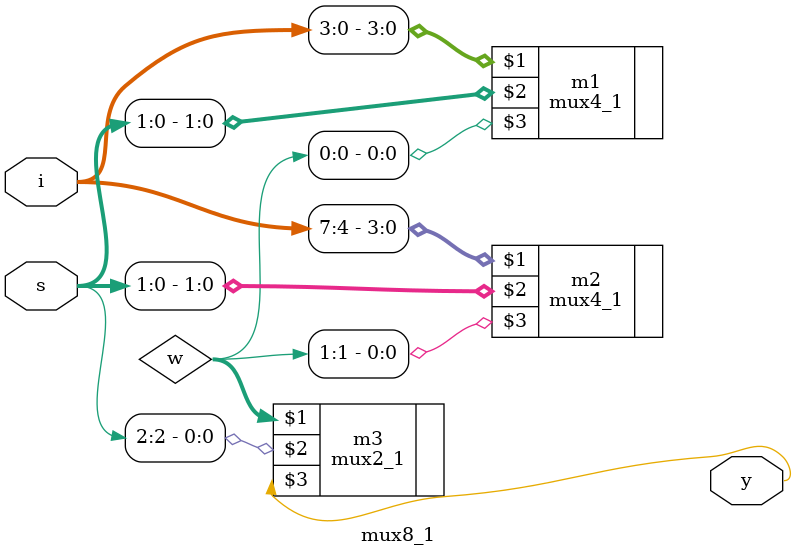
<source format=v>
`include"MUX2_1"
`include"MUX4_1"
module mux8_1(i,s,y);
  input [7:0]i;
  input [2:0]s;
  output y;
  wire [1:0]w;
  mux4_1 m1(i[3:0],s[1:0],w[0]);
  mux4_1 m2(i[7:4],s[1:0],w[1]);
  mux2_1 m3(w,s[2],y);
endmodule 
</source>
